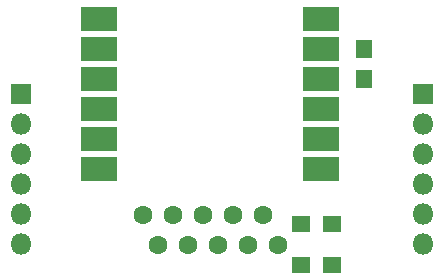
<source format=gts>
G04 #@! TF.GenerationSoftware,KiCad,Pcbnew,(5.1.6)-1*
G04 #@! TF.CreationDate,2020-10-13T20:46:18+02:00*
G04 #@! TF.ProjectId,MRF89XAM8A_Breakout,4d524638-3958-4414-9d38-415f42726561,rev?*
G04 #@! TF.SameCoordinates,PX4db9760PY4fa1be0*
G04 #@! TF.FileFunction,Soldermask,Top*
G04 #@! TF.FilePolarity,Negative*
%FSLAX46Y46*%
G04 Gerber Fmt 4.6, Leading zero omitted, Abs format (unit mm)*
G04 Created by KiCad (PCBNEW (5.1.6)-1) date 2020-10-13 20:46:18*
%MOMM*%
%LPD*%
G01*
G04 APERTURE LIST*
%ADD10R,3.148000X2.132000*%
%ADD11R,1.350000X1.600000*%
%ADD12C,1.600000*%
%ADD13R,1.600000X1.400000*%
%ADD14R,1.800000X1.800000*%
%ADD15O,1.800000X1.800000*%
G04 APERTURE END LIST*
D10*
X9102000Y-14850000D03*
X27898000Y-14850000D03*
X9102000Y-12310000D03*
X27898000Y-12310000D03*
X9102000Y-9770000D03*
X27898000Y-9770000D03*
X9102000Y-7230000D03*
X27898000Y-7230000D03*
X9102000Y-4690000D03*
X27898000Y-4690000D03*
X9102000Y-2150000D03*
X27898000Y-2150000D03*
D11*
X31500000Y-7250000D03*
X31500000Y-4750000D03*
D12*
X14055000Y-21270000D03*
X12785000Y-18730000D03*
X16595000Y-21270000D03*
X15325000Y-18730000D03*
X17865000Y-18730000D03*
X19135000Y-21270000D03*
X20405000Y-18730000D03*
X21675000Y-21270000D03*
X22945000Y-18730000D03*
X24215000Y-21270000D03*
D13*
X28850000Y-19500000D03*
X26150000Y-19500000D03*
X28850000Y-23000000D03*
X26150000Y-23000000D03*
D14*
X2500000Y-8500000D03*
D15*
X2500000Y-11040000D03*
X2500000Y-13580000D03*
X2500000Y-16120000D03*
X2500000Y-18660000D03*
X2500000Y-21200000D03*
D14*
X36500000Y-8500000D03*
D15*
X36500000Y-11040000D03*
X36500000Y-13580000D03*
X36500000Y-16120000D03*
X36500000Y-18660000D03*
X36500000Y-21200000D03*
M02*

</source>
